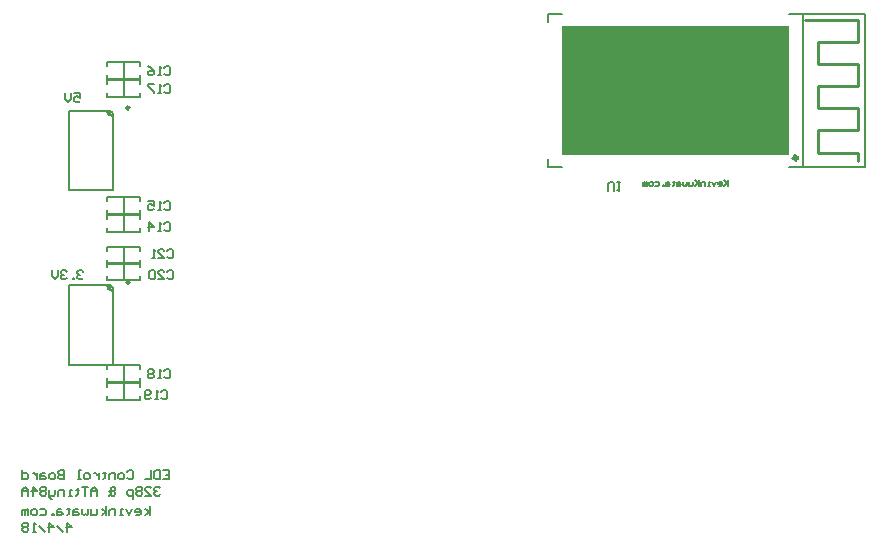
<source format=gbo>
G04 Layer_Color=32896*
%FSLAX25Y25*%
%MOIN*%
G70*
G01*
G75*
%ADD30C,0.00600*%
%ADD43C,0.00984*%
%ADD44C,0.00787*%
%ADD45C,0.01000*%
%ADD46C,0.00500*%
%ADD47C,0.00591*%
%ADD50C,0.00800*%
%ADD79C,0.01500*%
G36*
X32996Y92665D02*
X33784Y91189D01*
X32996D01*
X31815Y92370D01*
Y92961D01*
X32996Y92665D01*
D02*
G37*
G36*
X259108Y136375D02*
X183616D01*
Y179409D01*
X259108D01*
Y136375D01*
D02*
G37*
G36*
X32996Y150894D02*
X33784Y149417D01*
X32996D01*
X31815Y150598D01*
Y151189D01*
X32996Y150894D01*
D02*
G37*
D30*
X239000Y127999D02*
Y126000D01*
Y126666D01*
X237667Y127999D01*
X238667Y127000D01*
X237667Y126000D01*
X236001D02*
X236667D01*
X237001Y126333D01*
Y127000D01*
X236667Y127333D01*
X236001D01*
X235668Y127000D01*
Y126666D01*
X237001D01*
X235001Y127333D02*
X234335Y126000D01*
X233668Y127333D01*
X233002Y126000D02*
X232335D01*
X232669D01*
Y127333D01*
X233002D01*
X231336Y126000D02*
Y127333D01*
X230336D01*
X230003Y127000D01*
Y126000D01*
X229337Y127999D02*
Y126000D01*
Y126666D01*
X228004Y127999D01*
X229003Y127000D01*
X228004Y126000D01*
X227337Y127333D02*
Y126333D01*
X227004Y126000D01*
X226004D01*
Y127333D01*
X225338D02*
Y126333D01*
X225005Y126000D01*
X224671Y126333D01*
X224338Y126000D01*
X224005Y126333D01*
Y127333D01*
X223005D02*
X222339D01*
X222006Y127000D01*
Y126000D01*
X223005D01*
X223338Y126333D01*
X223005Y126666D01*
X222006D01*
X221006Y127666D02*
Y127333D01*
X221339D01*
X220673D01*
X221006D01*
Y126333D01*
X220673Y126000D01*
X219340Y127333D02*
X218673D01*
X218340Y127000D01*
Y126000D01*
X219340D01*
X219673Y126333D01*
X219340Y126666D01*
X218340D01*
X217674Y126000D02*
Y126333D01*
X217340D01*
Y126000D01*
X217674D01*
X214675Y127333D02*
X215674D01*
X216007Y127000D01*
Y126333D01*
X215674Y126000D01*
X214675D01*
X213675D02*
X213008D01*
X212675Y126333D01*
Y127000D01*
X213008Y127333D01*
X213675D01*
X214008Y127000D01*
Y126333D01*
X213675Y126000D01*
X212009D02*
Y127333D01*
X211676D01*
X211342Y127000D01*
Y126000D01*
Y127000D01*
X211009Y127333D01*
X210676Y127000D01*
Y126000D01*
D43*
X39394Y93945D02*
G03*
X39394Y93945I-492J0D01*
G01*
Y152173D02*
G03*
X39394Y152173I-492J0D01*
G01*
D44*
X31815Y92961D02*
G03*
X33587Y91189I1772J0D01*
G01*
X31815Y151189D02*
G03*
X33587Y149417I1772J0D01*
G01*
X19217Y66583D02*
Y92961D01*
Y66583D02*
X33784D01*
X33587Y91189D02*
X33784D01*
Y66583D02*
Y92075D01*
X32898Y92961D02*
X33784Y92075D01*
X19217Y92961D02*
X32898D01*
X19217Y124811D02*
Y151189D01*
Y124811D02*
X33784D01*
X33587Y149417D02*
X33784D01*
Y124811D02*
Y150303D01*
X32898Y151189D02*
X33784Y150303D01*
X19217Y151189D02*
X32898D01*
D45*
X282205Y134311D02*
Y137240D01*
X268917D02*
X282205D01*
X268917D02*
Y144622D01*
X282205D01*
Y152004D01*
X268917D02*
X282205D01*
X268917D02*
Y159386D01*
X282205D01*
Y166768D01*
X268917D02*
X282205D01*
X268917D02*
Y174150D01*
X282205D01*
Y181532D01*
X264488D02*
X282205D01*
D46*
X178858Y132319D02*
Y135075D01*
Y132319D02*
X183583D01*
X259173D02*
X263858D01*
X259173Y183500D02*
X263858D01*
X178858D02*
X183583D01*
X178858Y180744D02*
Y183500D01*
X263858Y132319D02*
Y183500D01*
Y132319D02*
X284764D01*
X263858Y183500D02*
X284764D01*
Y132319D02*
Y183500D01*
D47*
X32012Y104575D02*
Y105756D01*
X43035D01*
Y104575D02*
Y105756D01*
Y100244D02*
Y101425D01*
X32012Y100244D02*
X43035D01*
X32012D02*
Y101425D01*
X37524Y100244D02*
Y105756D01*
X32012Y99075D02*
Y100256D01*
X43035D01*
Y99075D02*
Y100256D01*
Y94744D02*
Y95925D01*
X32012Y94744D02*
X43035D01*
X32012D02*
Y95925D01*
X37524Y94744D02*
Y100256D01*
X32012Y59075D02*
Y60256D01*
X43035D01*
Y59075D02*
Y60256D01*
Y54744D02*
Y55925D01*
X32012Y54744D02*
X43035D01*
X32012D02*
Y55925D01*
X37524Y54744D02*
Y60256D01*
X32012Y65075D02*
Y66256D01*
X43035D01*
Y65075D02*
Y66256D01*
Y60744D02*
Y61925D01*
X32012Y60744D02*
X43035D01*
X32012D02*
Y61925D01*
X37524Y60744D02*
Y66256D01*
X32012Y160075D02*
Y161256D01*
X43035D01*
Y160075D02*
Y161256D01*
Y155744D02*
Y156925D01*
X32012Y155744D02*
X43035D01*
X32012D02*
Y156925D01*
X37524Y155744D02*
Y161256D01*
X32012Y166075D02*
Y167256D01*
X43035D01*
Y166075D02*
Y167256D01*
Y161744D02*
Y162925D01*
X32012Y161744D02*
X43035D01*
X32012D02*
Y162925D01*
X37524Y161744D02*
Y167256D01*
X31988Y121075D02*
Y122256D01*
X43012D01*
Y121075D02*
Y122256D01*
Y116744D02*
Y117925D01*
X31988Y116744D02*
X43012D01*
X31988D02*
Y117925D01*
X37500Y116744D02*
Y122256D01*
X31988Y115075D02*
Y116256D01*
X43012D01*
Y115075D02*
Y116256D01*
Y110744D02*
Y111925D01*
X31988Y110744D02*
X43012D01*
X31988D02*
Y111925D01*
X37500Y110744D02*
Y116256D01*
D50*
X50699Y31374D02*
X52698D01*
Y28375D01*
X50699D01*
X52698Y29874D02*
X51698D01*
X49699Y31374D02*
Y28375D01*
X48199D01*
X47699Y28875D01*
Y30874D01*
X48199Y31374D01*
X49699D01*
X46700D02*
Y28375D01*
X44701D01*
X38702Y30874D02*
X39202Y31374D01*
X40202D01*
X40702Y30874D01*
Y28875D01*
X40202Y28375D01*
X39202D01*
X38702Y28875D01*
X37203Y28375D02*
X36203D01*
X35703Y28875D01*
Y29874D01*
X36203Y30374D01*
X37203D01*
X37703Y29874D01*
Y28875D01*
X37203Y28375D01*
X34704D02*
Y30374D01*
X33204D01*
X32704Y29874D01*
Y28375D01*
X31205Y30874D02*
Y30374D01*
X31705D01*
X30705D01*
X31205D01*
Y28875D01*
X30705Y28375D01*
X29206Y30374D02*
Y28375D01*
Y29375D01*
X28706Y29874D01*
X28206Y30374D01*
X27706D01*
X25707Y28375D02*
X24707D01*
X24207Y28875D01*
Y29874D01*
X24707Y30374D01*
X25707D01*
X26206Y29874D01*
Y28875D01*
X25707Y28375D01*
X23207D02*
X22208D01*
X22708D01*
Y31374D01*
X23207D01*
X17709D02*
Y28375D01*
X16210D01*
X15710Y28875D01*
Y29375D01*
X16210Y29874D01*
X17709D01*
X16210D01*
X15710Y30374D01*
Y30874D01*
X16210Y31374D01*
X17709D01*
X14210Y28375D02*
X13211D01*
X12711Y28875D01*
Y29874D01*
X13211Y30374D01*
X14210D01*
X14710Y29874D01*
Y28875D01*
X14210Y28375D01*
X11211Y30374D02*
X10212D01*
X9712Y29874D01*
Y28375D01*
X11211D01*
X11711Y28875D01*
X11211Y29375D01*
X9712D01*
X8712Y30374D02*
Y28375D01*
Y29375D01*
X8212Y29874D01*
X7712Y30374D01*
X7213D01*
X3714Y31374D02*
Y28375D01*
X5213D01*
X5713Y28875D01*
Y29874D01*
X5213Y30374D01*
X3714D01*
X49699Y25355D02*
X49199Y25855D01*
X48199D01*
X47699Y25355D01*
Y24855D01*
X48199Y24356D01*
X48699D01*
X48199D01*
X47699Y23856D01*
Y23356D01*
X48199Y22856D01*
X49199D01*
X49699Y23356D01*
X44701Y22856D02*
X46700D01*
X44701Y24855D01*
Y25355D01*
X45200Y25855D01*
X46200D01*
X46700Y25355D01*
X43701D02*
X43201Y25855D01*
X42201D01*
X41701Y25355D01*
Y24855D01*
X42201Y24356D01*
X41701Y23856D01*
Y23356D01*
X42201Y22856D01*
X43201D01*
X43701Y23356D01*
Y23856D01*
X43201Y24356D01*
X43701Y24855D01*
Y25355D01*
X43201Y24356D02*
X42201D01*
X40702Y21856D02*
Y24855D01*
X39202D01*
X38702Y24356D01*
Y23356D01*
X39202Y22856D01*
X40702D01*
X32704D02*
X33204Y23356D01*
X33704Y22856D01*
X34204D01*
X34704Y23356D01*
Y23856D01*
X34204Y24356D01*
X34704Y24855D01*
Y25355D01*
X34204Y25855D01*
X33704D01*
X33204Y25355D01*
Y24855D01*
X33704Y24356D01*
X33204Y23856D01*
Y23356D01*
X32704Y24356D02*
X33204Y23856D01*
X34204Y24356D02*
X33704D01*
X28706Y22856D02*
Y24855D01*
X27706Y25855D01*
X26706Y24855D01*
Y22856D01*
Y24356D01*
X28706D01*
X25707Y25855D02*
X23707D01*
X24707D01*
Y22856D01*
X22208Y25355D02*
Y24855D01*
X22708D01*
X21708D01*
X22208D01*
Y23356D01*
X21708Y22856D01*
X20208D02*
X19209D01*
X19709D01*
Y24855D01*
X20208D01*
X17709Y22856D02*
Y24855D01*
X16210D01*
X15710Y24356D01*
Y22856D01*
X14710Y24855D02*
Y23356D01*
X14210Y22856D01*
X12711D01*
Y22356D01*
X13211Y21856D01*
X13711D01*
X12711Y22856D02*
Y24855D01*
X11711Y25355D02*
X11211Y25855D01*
X10212D01*
X9712Y25355D01*
Y24855D01*
X10212Y24356D01*
X9712Y23856D01*
Y23356D01*
X10212Y22856D01*
X11211D01*
X11711Y23356D01*
Y23856D01*
X11211Y24356D01*
X11711Y24855D01*
Y25355D01*
X11211Y24356D02*
X10212D01*
X7213Y22856D02*
Y25855D01*
X8712Y24356D01*
X6713D01*
X5713Y22856D02*
Y24855D01*
X4713Y25855D01*
X3714Y24855D01*
Y22856D01*
Y24356D01*
X5713D01*
X46200Y16338D02*
Y19336D01*
Y17337D02*
X44701Y18337D01*
X46200Y17337D02*
X44701Y16338D01*
X41701D02*
X42701D01*
X43201Y16837D01*
Y17837D01*
X42701Y18337D01*
X41701D01*
X41202Y17837D01*
Y17337D01*
X43201D01*
X40202Y18337D02*
X39202Y16338D01*
X38203Y18337D01*
X37203Y16338D02*
X36203D01*
X36703D01*
Y18337D01*
X37203D01*
X34704Y16338D02*
Y18337D01*
X33204D01*
X32704Y17837D01*
Y16338D01*
X31705D02*
Y19336D01*
Y17337D02*
X30205Y18337D01*
X31705Y17337D02*
X30205Y16338D01*
X28706Y18337D02*
Y16837D01*
X28206Y16338D01*
X26706D01*
Y18337D01*
X25707D02*
Y16837D01*
X25207Y16338D01*
X24707Y16837D01*
X24207Y16338D01*
X23707Y16837D01*
Y18337D01*
X22208D02*
X21208D01*
X20708Y17837D01*
Y16338D01*
X22208D01*
X22708Y16837D01*
X22208Y17337D01*
X20708D01*
X19209Y18837D02*
Y18337D01*
X19709D01*
X18709D01*
X19209D01*
Y16837D01*
X18709Y16338D01*
X16710Y18337D02*
X15710D01*
X15210Y17837D01*
Y16338D01*
X16710D01*
X17209Y16837D01*
X16710Y17337D01*
X15210D01*
X14210Y16338D02*
Y16837D01*
X13711D01*
Y16338D01*
X14210D01*
X9712Y18337D02*
X11211D01*
X11711Y17837D01*
Y16837D01*
X11211Y16338D01*
X9712D01*
X8212D02*
X7213D01*
X6713Y16837D01*
Y17837D01*
X7213Y18337D01*
X8212D01*
X8712Y17837D01*
Y16837D01*
X8212Y16338D01*
X5713D02*
Y18337D01*
X5213D01*
X4713Y17837D01*
Y16338D01*
Y17837D01*
X4214Y18337D01*
X3714Y17837D01*
Y16338D01*
X18709Y10819D02*
Y13818D01*
X20208Y12318D01*
X18209D01*
X17209Y10819D02*
X15210Y12818D01*
X12711Y10819D02*
Y13818D01*
X14210Y12318D01*
X12211D01*
X11211Y10819D02*
X9212Y12818D01*
X8212Y10819D02*
X7213D01*
X7712D01*
Y13818D01*
X8212Y13318D01*
X5713D02*
X5213Y13818D01*
X4214D01*
X3714Y13318D01*
Y12818D01*
X4214Y12318D01*
X3714Y11818D01*
Y11319D01*
X4214Y10819D01*
X5213D01*
X5713Y11319D01*
Y11818D01*
X5213Y12318D01*
X5713Y12818D01*
Y13318D01*
X5213Y12318D02*
X4214D01*
X24000Y97499D02*
X23500Y97999D01*
X22501D01*
X22001Y97499D01*
Y96999D01*
X22501Y96500D01*
X23000D01*
X22501D01*
X22001Y96000D01*
Y95500D01*
X22501Y95000D01*
X23500D01*
X24000Y95500D01*
X21001Y95000D02*
Y95500D01*
X20501D01*
Y95000D01*
X21001D01*
X18502Y97499D02*
X18002Y97999D01*
X17002D01*
X16502Y97499D01*
Y96999D01*
X17002Y96500D01*
X17502D01*
X17002D01*
X16502Y96000D01*
Y95500D01*
X17002Y95000D01*
X18002D01*
X18502Y95500D01*
X15503Y97999D02*
Y96000D01*
X14503Y95000D01*
X13503Y96000D01*
Y97999D01*
X21001Y156999D02*
X23000D01*
Y155499D01*
X22000Y155999D01*
X21500D01*
X21001Y155499D01*
Y154500D01*
X21500Y154000D01*
X22500D01*
X23000Y154500D01*
X20001Y156999D02*
Y155000D01*
X19001Y154000D01*
X18002Y155000D01*
Y156999D01*
X52001Y104499D02*
X52500Y104999D01*
X53500D01*
X54000Y104499D01*
Y102500D01*
X53500Y102000D01*
X52500D01*
X52001Y102500D01*
X49002Y102000D02*
X51001D01*
X49002Y103999D01*
Y104499D01*
X49501Y104999D01*
X50501D01*
X51001Y104499D01*
X48002Y102000D02*
X47002D01*
X47502D01*
Y104999D01*
X48002Y104499D01*
X52001Y97499D02*
X52500Y97999D01*
X53500D01*
X54000Y97499D01*
Y95500D01*
X53500Y95000D01*
X52500D01*
X52001Y95500D01*
X49002Y95000D02*
X51001D01*
X49002Y96999D01*
Y97499D01*
X49501Y97999D01*
X50501D01*
X51001Y97499D01*
X48002D02*
X47502Y97999D01*
X46502D01*
X46003Y97499D01*
Y95500D01*
X46502Y95000D01*
X47502D01*
X48002Y95500D01*
Y97499D01*
X50001Y57499D02*
X50501Y57999D01*
X51500D01*
X52000Y57499D01*
Y55500D01*
X51500Y55000D01*
X50501D01*
X50001Y55500D01*
X49001Y55000D02*
X48001D01*
X48501D01*
Y57999D01*
X49001Y57499D01*
X46502Y55500D02*
X46002Y55000D01*
X45002D01*
X44502Y55500D01*
Y57499D01*
X45002Y57999D01*
X46002D01*
X46502Y57499D01*
Y56999D01*
X46002Y56499D01*
X44502D01*
X51001Y64499D02*
X51500Y64999D01*
X52500D01*
X53000Y64499D01*
Y62500D01*
X52500Y62000D01*
X51500D01*
X51001Y62500D01*
X50001Y62000D02*
X49001D01*
X49501D01*
Y64999D01*
X50001Y64499D01*
X47502D02*
X47002Y64999D01*
X46002D01*
X45502Y64499D01*
Y63999D01*
X46002Y63499D01*
X45502Y63000D01*
Y62500D01*
X46002Y62000D01*
X47002D01*
X47502Y62500D01*
Y63000D01*
X47002Y63499D01*
X47502Y63999D01*
Y64499D01*
X47002Y63499D02*
X46002D01*
X51001Y159499D02*
X51500Y159999D01*
X52500D01*
X53000Y159499D01*
Y157500D01*
X52500Y157000D01*
X51500D01*
X51001Y157500D01*
X50001Y157000D02*
X49001D01*
X49501D01*
Y159999D01*
X50001Y159499D01*
X47502Y159999D02*
X45502D01*
Y159499D01*
X47502Y157500D01*
Y157000D01*
X51001Y165499D02*
X51500Y165999D01*
X52500D01*
X53000Y165499D01*
Y163500D01*
X52500Y163000D01*
X51500D01*
X51001Y163500D01*
X50001Y163000D02*
X49001D01*
X49501D01*
Y165999D01*
X50001Y165499D01*
X45502Y165999D02*
X46502Y165499D01*
X47502Y164499D01*
Y163500D01*
X47002Y163000D01*
X46002D01*
X45502Y163500D01*
Y164000D01*
X46002Y164499D01*
X47502D01*
X51001Y120499D02*
X51500Y120999D01*
X52500D01*
X53000Y120499D01*
Y118500D01*
X52500Y118000D01*
X51500D01*
X51001Y118500D01*
X50001Y118000D02*
X49001D01*
X49501D01*
Y120999D01*
X50001Y120499D01*
X45502Y120999D02*
X47502D01*
Y119500D01*
X46502Y119999D01*
X46002D01*
X45502Y119500D01*
Y118500D01*
X46002Y118000D01*
X47002D01*
X47502Y118500D01*
X51001Y113499D02*
X51500Y113999D01*
X52500D01*
X53000Y113499D01*
Y111500D01*
X52500Y111000D01*
X51500D01*
X51001Y111500D01*
X50001Y111000D02*
X49001D01*
X49501D01*
Y113999D01*
X50001Y113499D01*
X46002Y111000D02*
Y113999D01*
X47502Y112499D01*
X45502D01*
X199094Y124320D02*
Y126819D01*
X199594Y127319D01*
X200594D01*
X201094Y126819D01*
Y124320D01*
X202094Y127319D02*
X203093D01*
X202593D01*
Y124320D01*
X202094Y124820D01*
D79*
X261858Y135409D02*
G03*
X261858Y135409I-500J0D01*
G01*
M02*

</source>
